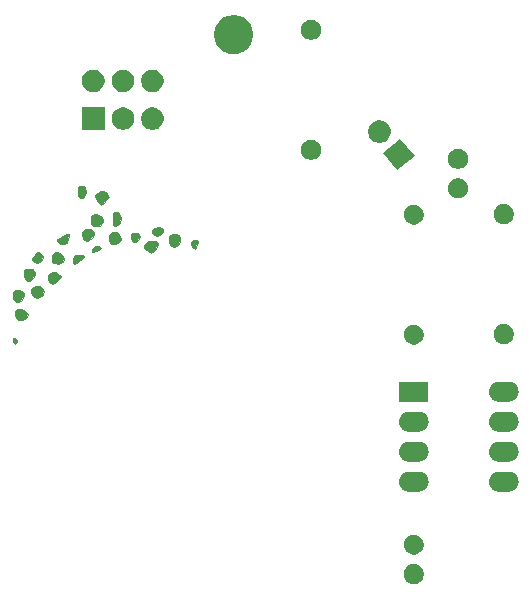
<source format=gbr>
G04 #@! TF.GenerationSoftware,KiCad,Pcbnew,(5.1.5)-3*
G04 #@! TF.CreationDate,2020-04-16T18:29:46-07:00*
G04 #@! TF.ProjectId,E_Grrrl,455f4772-7272-46c2-9e6b-696361645f70,Version A2*
G04 #@! TF.SameCoordinates,Original*
G04 #@! TF.FileFunction,Soldermask,Top*
G04 #@! TF.FilePolarity,Negative*
%FSLAX46Y46*%
G04 Gerber Fmt 4.6, Leading zero omitted, Abs format (unit mm)*
G04 Created by KiCad (PCBNEW (5.1.5)-3) date 2020-04-16 18:29:46*
%MOMM*%
%LPD*%
G04 APERTURE LIST*
%ADD10C,0.010000*%
%ADD11C,0.100000*%
G04 APERTURE END LIST*
D10*
G36*
X111290682Y-93755216D02*
G01*
X111384733Y-93856667D01*
X111419627Y-94018470D01*
X111393323Y-94168342D01*
X111304204Y-94234000D01*
X111205165Y-94160942D01*
X111142347Y-94001167D01*
X111118390Y-93798581D01*
X111165123Y-93727570D01*
X111290682Y-93755216D01*
G37*
X111290682Y-93755216D02*
X111384733Y-93856667D01*
X111419627Y-94018470D01*
X111393323Y-94168342D01*
X111304204Y-94234000D01*
X111205165Y-94160942D01*
X111142347Y-94001167D01*
X111118390Y-93798581D01*
X111165123Y-93727570D01*
X111290682Y-93755216D01*
G36*
X111903735Y-91323812D02*
G01*
X112136037Y-91456440D01*
X112303241Y-91628338D01*
X112352667Y-91768629D01*
X112278653Y-92005301D01*
X112087742Y-92173659D01*
X111826630Y-92249106D01*
X111542011Y-92207047D01*
X111529700Y-92202122D01*
X111348160Y-92054496D01*
X111267904Y-91838510D01*
X111281777Y-91604510D01*
X111382622Y-91402847D01*
X111563281Y-91283870D01*
X111662100Y-91270667D01*
X111903735Y-91323812D01*
G37*
X111903735Y-91323812D02*
X112136037Y-91456440D01*
X112303241Y-91628338D01*
X112352667Y-91768629D01*
X112278653Y-92005301D01*
X112087742Y-92173659D01*
X111826630Y-92249106D01*
X111542011Y-92207047D01*
X111529700Y-92202122D01*
X111348160Y-92054496D01*
X111267904Y-91838510D01*
X111281777Y-91604510D01*
X111382622Y-91402847D01*
X111563281Y-91283870D01*
X111662100Y-91270667D01*
X111903735Y-91323812D01*
G36*
X111849606Y-89752748D02*
G01*
X111871807Y-89767833D01*
X112033551Y-89975000D01*
X112045128Y-90225778D01*
X111906631Y-90485701D01*
X111869763Y-90526658D01*
X111628135Y-90716857D01*
X111420043Y-90743273D01*
X111238125Y-90606444D01*
X111214468Y-90574494D01*
X111114589Y-90339221D01*
X111086983Y-90068869D01*
X111134428Y-89838044D01*
X111184267Y-89763600D01*
X111371225Y-89677739D01*
X111621207Y-89674295D01*
X111849606Y-89752748D01*
G37*
X111849606Y-89752748D02*
X111871807Y-89767833D01*
X112033551Y-89975000D01*
X112045128Y-90225778D01*
X111906631Y-90485701D01*
X111869763Y-90526658D01*
X111628135Y-90716857D01*
X111420043Y-90743273D01*
X111238125Y-90606444D01*
X111214468Y-90574494D01*
X111114589Y-90339221D01*
X111086983Y-90068869D01*
X111134428Y-89838044D01*
X111184267Y-89763600D01*
X111371225Y-89677739D01*
X111621207Y-89674295D01*
X111849606Y-89752748D01*
G36*
X113466376Y-89419571D02*
G01*
X113559167Y-89507844D01*
X113697155Y-89769174D01*
X113685834Y-90017786D01*
X113543431Y-90216372D01*
X113288176Y-90327624D01*
X113152904Y-90339333D01*
X112903863Y-90295349D01*
X112733503Y-90138843D01*
X112721582Y-90121105D01*
X112619031Y-89850785D01*
X112673165Y-89620562D01*
X112872042Y-89455086D01*
X113073960Y-89393802D01*
X113314692Y-89370492D01*
X113466376Y-89419571D01*
G37*
X113466376Y-89419571D02*
X113559167Y-89507844D01*
X113697155Y-89769174D01*
X113685834Y-90017786D01*
X113543431Y-90216372D01*
X113288176Y-90327624D01*
X113152904Y-90339333D01*
X112903863Y-90295349D01*
X112733503Y-90138843D01*
X112721582Y-90121105D01*
X112619031Y-89850785D01*
X112673165Y-89620562D01*
X112872042Y-89455086D01*
X113073960Y-89393802D01*
X113314692Y-89370492D01*
X113466376Y-89419571D01*
G36*
X114636950Y-88203216D02*
G01*
X114846204Y-88296286D01*
X115034589Y-88423399D01*
X115140299Y-88548277D01*
X115146667Y-88578449D01*
X115083440Y-88689927D01*
X114928802Y-88846585D01*
X114735320Y-89004469D01*
X114555561Y-89119627D01*
X114461289Y-89151518D01*
X114302667Y-89094865D01*
X114186122Y-88999166D01*
X114050936Y-88748161D01*
X114064732Y-88498664D01*
X114212470Y-88294259D01*
X114468632Y-88180468D01*
X114636950Y-88203216D01*
G37*
X114636950Y-88203216D02*
X114846204Y-88296286D01*
X115034589Y-88423399D01*
X115140299Y-88548277D01*
X115146667Y-88578449D01*
X115083440Y-88689927D01*
X114928802Y-88846585D01*
X114735320Y-89004469D01*
X114555561Y-89119627D01*
X114461289Y-89151518D01*
X114302667Y-89094865D01*
X114186122Y-88999166D01*
X114050936Y-88748161D01*
X114064732Y-88498664D01*
X114212470Y-88294259D01*
X114468632Y-88180468D01*
X114636950Y-88203216D01*
G36*
X112775991Y-87941860D02*
G01*
X112843733Y-87985600D01*
X112937360Y-88185388D01*
X112931373Y-88445783D01*
X112833880Y-88696741D01*
X112749377Y-88800575D01*
X112514572Y-88957959D01*
X112313717Y-88951228D01*
X112137850Y-88780073D01*
X112137474Y-88779501D01*
X112034938Y-88541281D01*
X111999231Y-88281218D01*
X112032724Y-88062370D01*
X112106720Y-87961898D01*
X112308098Y-87898077D01*
X112559477Y-87892308D01*
X112775991Y-87941860D01*
G37*
X112775991Y-87941860D02*
X112843733Y-87985600D01*
X112937360Y-88185388D01*
X112931373Y-88445783D01*
X112833880Y-88696741D01*
X112749377Y-88800575D01*
X112514572Y-88957959D01*
X112313717Y-88951228D01*
X112137850Y-88780073D01*
X112137474Y-88779501D01*
X112034938Y-88541281D01*
X111999231Y-88281218D01*
X112032724Y-88062370D01*
X112106720Y-87961898D01*
X112308098Y-87898077D01*
X112559477Y-87892308D01*
X112775991Y-87941860D01*
G36*
X113495338Y-86612418D02*
G01*
X113571424Y-86721024D01*
X113629493Y-86940717D01*
X113557817Y-87147620D01*
X113394818Y-87309080D01*
X113178915Y-87392444D01*
X112948529Y-87365060D01*
X112866735Y-87319920D01*
X112732728Y-87193616D01*
X112713625Y-87055791D01*
X112814434Y-86869277D01*
X112950287Y-86700053D01*
X113156385Y-86510252D01*
X113329952Y-86480766D01*
X113495338Y-86612418D01*
G37*
X113495338Y-86612418D02*
X113571424Y-86721024D01*
X113629493Y-86940717D01*
X113557817Y-87147620D01*
X113394818Y-87309080D01*
X113178915Y-87392444D01*
X112948529Y-87365060D01*
X112866735Y-87319920D01*
X112732728Y-87193616D01*
X112713625Y-87055791D01*
X112814434Y-86869277D01*
X112950287Y-86700053D01*
X113156385Y-86510252D01*
X113329952Y-86480766D01*
X113495338Y-86612418D01*
G36*
X114960882Y-86484395D02*
G01*
X115177582Y-86620145D01*
X115344771Y-86831565D01*
X115402990Y-87080905D01*
X115341992Y-87305826D01*
X115299067Y-87359067D01*
X115140087Y-87434823D01*
X114908194Y-87462580D01*
X114669224Y-87444804D01*
X114489012Y-87383960D01*
X114436059Y-87326742D01*
X114384773Y-87038220D01*
X114430004Y-86759888D01*
X114539500Y-86584789D01*
X114746475Y-86461561D01*
X114960882Y-86484395D01*
G37*
X114960882Y-86484395D02*
X115177582Y-86620145D01*
X115344771Y-86831565D01*
X115402990Y-87080905D01*
X115341992Y-87305826D01*
X115299067Y-87359067D01*
X115140087Y-87434823D01*
X114908194Y-87462580D01*
X114669224Y-87444804D01*
X114489012Y-87383960D01*
X114436059Y-87326742D01*
X114384773Y-87038220D01*
X114430004Y-86759888D01*
X114539500Y-86584789D01*
X114746475Y-86461561D01*
X114960882Y-86484395D01*
G36*
X116984190Y-86725053D02*
G01*
X117086557Y-86807407D01*
X117034186Y-86950519D01*
X116827573Y-87159181D01*
X116778376Y-87200502D01*
X116507959Y-87387604D01*
X116305031Y-87455022D01*
X116186482Y-87400156D01*
X116162667Y-87295317D01*
X116197567Y-87092587D01*
X116260924Y-86914317D01*
X116351774Y-86775003D01*
X116494055Y-86712422D01*
X116726590Y-86698667D01*
X116984190Y-86725053D01*
G37*
X116984190Y-86725053D02*
X117086557Y-86807407D01*
X117034186Y-86950519D01*
X116827573Y-87159181D01*
X116778376Y-87200502D01*
X116507959Y-87387604D01*
X116305031Y-87455022D01*
X116186482Y-87400156D01*
X116162667Y-87295317D01*
X116197567Y-87092587D01*
X116260924Y-86914317D01*
X116351774Y-86775003D01*
X116494055Y-86712422D01*
X116726590Y-86698667D01*
X116984190Y-86725053D01*
G36*
X118462104Y-86019909D02*
G01*
X118533334Y-86113337D01*
X118465799Y-86200366D01*
X118302118Y-86304816D01*
X118100675Y-86399516D01*
X117919851Y-86457292D01*
X117818032Y-86450970D01*
X117815406Y-86447481D01*
X117817555Y-86313593D01*
X117911174Y-86144767D01*
X118052835Y-86008416D01*
X118119030Y-85976134D01*
X118298480Y-85965621D01*
X118462104Y-86019909D01*
G37*
X118462104Y-86019909D02*
X118533334Y-86113337D01*
X118465799Y-86200366D01*
X118302118Y-86304816D01*
X118100675Y-86399516D01*
X117919851Y-86457292D01*
X117818032Y-86450970D01*
X117815406Y-86447481D01*
X117817555Y-86313593D01*
X117911174Y-86144767D01*
X118052835Y-86008416D01*
X118119030Y-85976134D01*
X118298480Y-85965621D01*
X118462104Y-86019909D01*
G36*
X123143532Y-85549341D02*
G01*
X123307361Y-85669470D01*
X123359334Y-85839775D01*
X123308304Y-85990831D01*
X123183685Y-86188872D01*
X123028177Y-86378941D01*
X122884484Y-86506081D01*
X122823530Y-86529333D01*
X122683006Y-86484629D01*
X122510339Y-86386074D01*
X122276262Y-86203742D01*
X122189332Y-86054951D01*
X122243441Y-85901222D01*
X122405968Y-85728426D01*
X122649519Y-85573760D01*
X122909812Y-85515751D01*
X123143532Y-85549341D01*
G37*
X123143532Y-85549341D02*
X123307361Y-85669470D01*
X123359334Y-85839775D01*
X123308304Y-85990831D01*
X123183685Y-86188872D01*
X123028177Y-86378941D01*
X122884484Y-86506081D01*
X122823530Y-86529333D01*
X122683006Y-86484629D01*
X122510339Y-86386074D01*
X122276262Y-86203742D01*
X122189332Y-86054951D01*
X122243441Y-85901222D01*
X122405968Y-85728426D01*
X122649519Y-85573760D01*
X122909812Y-85515751D01*
X123143532Y-85549341D01*
G36*
X126707355Y-85450251D02*
G01*
X126772886Y-85537182D01*
X126733247Y-85722729D01*
X126688607Y-85837739D01*
X126572596Y-86095032D01*
X126484144Y-86202853D01*
X126398492Y-86172775D01*
X126294259Y-86022108D01*
X126207680Y-85769223D01*
X126250644Y-85564278D01*
X126408702Y-85444726D01*
X126523201Y-85428667D01*
X126707355Y-85450251D01*
G37*
X126707355Y-85450251D02*
X126772886Y-85537182D01*
X126733247Y-85722729D01*
X126688607Y-85837739D01*
X126572596Y-86095032D01*
X126484144Y-86202853D01*
X126398492Y-86172775D01*
X126294259Y-86022108D01*
X126207680Y-85769223D01*
X126250644Y-85564278D01*
X126408702Y-85444726D01*
X126523201Y-85428667D01*
X126707355Y-85450251D01*
G36*
X125135551Y-85045160D02*
G01*
X125166545Y-85075500D01*
X125289563Y-85312462D01*
X125289574Y-85571006D01*
X125189596Y-85809738D01*
X125012650Y-85987266D01*
X124781757Y-86062197D01*
X124629334Y-86041455D01*
X124437200Y-85902483D01*
X124319357Y-85666170D01*
X124288368Y-85392853D01*
X124356791Y-85142870D01*
X124423714Y-85053714D01*
X124642678Y-84940520D01*
X124906795Y-84938455D01*
X125135551Y-85045160D01*
G37*
X125135551Y-85045160D02*
X125166545Y-85075500D01*
X125289563Y-85312462D01*
X125289574Y-85571006D01*
X125189596Y-85809738D01*
X125012650Y-85987266D01*
X124781757Y-86062197D01*
X124629334Y-86041455D01*
X124437200Y-85902483D01*
X124319357Y-85666170D01*
X124288368Y-85392853D01*
X124356791Y-85142870D01*
X124423714Y-85053714D01*
X124642678Y-84940520D01*
X124906795Y-84938455D01*
X125135551Y-85045160D01*
G36*
X115817554Y-84992126D02*
G01*
X115809658Y-85167152D01*
X115773701Y-85386710D01*
X115719296Y-85591771D01*
X115657319Y-85721804D01*
X115462134Y-85836582D01*
X115207751Y-85823128D01*
X114996172Y-85720199D01*
X114855863Y-85586848D01*
X114808000Y-85483836D01*
X114876450Y-85407087D01*
X115049209Y-85286296D01*
X115277386Y-85149564D01*
X115512095Y-85024992D01*
X115704446Y-84940681D01*
X115787776Y-84920667D01*
X115817554Y-84992126D01*
G37*
X115817554Y-84992126D02*
X115809658Y-85167152D01*
X115773701Y-85386710D01*
X115719296Y-85591771D01*
X115657319Y-85721804D01*
X115462134Y-85836582D01*
X115207751Y-85823128D01*
X114996172Y-85720199D01*
X114855863Y-85586848D01*
X114808000Y-85483836D01*
X114876450Y-85407087D01*
X115049209Y-85286296D01*
X115277386Y-85149564D01*
X115512095Y-85024992D01*
X115704446Y-84940681D01*
X115787776Y-84920667D01*
X115817554Y-84992126D01*
G36*
X119877091Y-84820946D02*
G01*
X120059898Y-84989805D01*
X120192522Y-85197944D01*
X120226667Y-85339236D01*
X120154970Y-85562026D01*
X119975395Y-85727537D01*
X119741217Y-85813732D01*
X119505709Y-85798570D01*
X119353692Y-85700374D01*
X119227713Y-85460210D01*
X119222799Y-85197161D01*
X119321369Y-84959687D01*
X119505840Y-84796248D01*
X119698022Y-84751333D01*
X119877091Y-84820946D01*
G37*
X119877091Y-84820946D02*
X120059898Y-84989805D01*
X120192522Y-85197944D01*
X120226667Y-85339236D01*
X120154970Y-85562026D01*
X119975395Y-85727537D01*
X119741217Y-85813732D01*
X119505709Y-85798570D01*
X119353692Y-85700374D01*
X119227713Y-85460210D01*
X119222799Y-85197161D01*
X119321369Y-84959687D01*
X119505840Y-84796248D01*
X119698022Y-84751333D01*
X119877091Y-84820946D01*
G36*
X121589079Y-84851037D02*
G01*
X121749731Y-84922356D01*
X121783942Y-84969925D01*
X121832225Y-85246908D01*
X121729649Y-85453056D01*
X121584926Y-85553809D01*
X121404128Y-85632982D01*
X121288734Y-85616249D01*
X121171042Y-85507827D01*
X121061912Y-85295274D01*
X121071527Y-85068358D01*
X121192907Y-84900796D01*
X121377542Y-84840817D01*
X121589079Y-84851037D01*
G37*
X121589079Y-84851037D02*
X121749731Y-84922356D01*
X121783942Y-84969925D01*
X121832225Y-85246908D01*
X121729649Y-85453056D01*
X121584926Y-85553809D01*
X121404128Y-85632982D01*
X121288734Y-85616249D01*
X121171042Y-85507827D01*
X121061912Y-85295274D01*
X121071527Y-85068358D01*
X121192907Y-84900796D01*
X121377542Y-84840817D01*
X121589079Y-84851037D01*
G36*
X117698147Y-84559441D02*
G01*
X117886582Y-84686608D01*
X117986605Y-84869988D01*
X117977317Y-85030831D01*
X117817933Y-85329802D01*
X117566664Y-85487624D01*
X117375116Y-85513333D01*
X117158868Y-85484114D01*
X117040627Y-85370852D01*
X117007238Y-85296155D01*
X116934710Y-85046598D01*
X116956078Y-84860277D01*
X117056468Y-84685505D01*
X117237680Y-84541860D01*
X117466710Y-84505515D01*
X117698147Y-84559441D01*
G37*
X117698147Y-84559441D02*
X117886582Y-84686608D01*
X117986605Y-84869988D01*
X117977317Y-85030831D01*
X117817933Y-85329802D01*
X117566664Y-85487624D01*
X117375116Y-85513333D01*
X117158868Y-85484114D01*
X117040627Y-85370852D01*
X117007238Y-85296155D01*
X116934710Y-85046598D01*
X116956078Y-84860277D01*
X117056468Y-84685505D01*
X117237680Y-84541860D01*
X117466710Y-84505515D01*
X117698147Y-84559441D01*
G36*
X123705366Y-84417908D02*
G01*
X123828506Y-84532756D01*
X123825011Y-84724320D01*
X123747691Y-84878987D01*
X123563309Y-85031371D01*
X123312118Y-85095628D01*
X123067519Y-85061653D01*
X122952934Y-84988400D01*
X122852307Y-84804984D01*
X122914959Y-84633096D01*
X123134867Y-84487452D01*
X123162712Y-84475916D01*
X123476474Y-84394165D01*
X123705366Y-84417908D01*
G37*
X123705366Y-84417908D02*
X123828506Y-84532756D01*
X123825011Y-84724320D01*
X123747691Y-84878987D01*
X123563309Y-85031371D01*
X123312118Y-85095628D01*
X123067519Y-85061653D01*
X122952934Y-84988400D01*
X122852307Y-84804984D01*
X122914959Y-84633096D01*
X123134867Y-84487452D01*
X123162712Y-84475916D01*
X123476474Y-84394165D01*
X123705366Y-84417908D01*
G36*
X118400169Y-83316403D02*
G01*
X118608843Y-83485845D01*
X118700734Y-83762349D01*
X118702667Y-83815199D01*
X118631365Y-84061834D01*
X118451184Y-84238057D01*
X118212707Y-84322112D01*
X117966520Y-84292242D01*
X117819714Y-84194952D01*
X117724827Y-84006915D01*
X117689197Y-83745653D01*
X117719999Y-83499064D01*
X117756307Y-83418080D01*
X117880735Y-83336041D01*
X118090671Y-83281472D01*
X118103625Y-83279861D01*
X118400169Y-83316403D01*
G37*
X118400169Y-83316403D02*
X118608843Y-83485845D01*
X118700734Y-83762349D01*
X118702667Y-83815199D01*
X118631365Y-84061834D01*
X118451184Y-84238057D01*
X118212707Y-84322112D01*
X117966520Y-84292242D01*
X117819714Y-84194952D01*
X117724827Y-84006915D01*
X117689197Y-83745653D01*
X117719999Y-83499064D01*
X117756307Y-83418080D01*
X117880735Y-83336041D01*
X118090671Y-83281472D01*
X118103625Y-83279861D01*
X118400169Y-83316403D01*
G36*
X120012037Y-83113132D02*
G01*
X120125120Y-83300774D01*
X120133718Y-83324634D01*
X120214233Y-83667757D01*
X120209464Y-83957710D01*
X120125067Y-84141733D01*
X119962800Y-84222407D01*
X119758113Y-84240502D01*
X119606604Y-84187706D01*
X119605778Y-84186889D01*
X119570951Y-84069932D01*
X119553162Y-83847677D01*
X119552732Y-83583333D01*
X119569982Y-83340107D01*
X119600725Y-83191925D01*
X119716691Y-83086197D01*
X119846443Y-83058000D01*
X120012037Y-83113132D01*
G37*
X120012037Y-83113132D02*
X120125120Y-83300774D01*
X120133718Y-83324634D01*
X120214233Y-83667757D01*
X120209464Y-83957710D01*
X120125067Y-84141733D01*
X119962800Y-84222407D01*
X119758113Y-84240502D01*
X119606604Y-84187706D01*
X119605778Y-84186889D01*
X119570951Y-84069932D01*
X119553162Y-83847677D01*
X119552732Y-83583333D01*
X119569982Y-83340107D01*
X119600725Y-83191925D01*
X119716691Y-83086197D01*
X119846443Y-83058000D01*
X120012037Y-83113132D01*
G36*
X118846439Y-81347011D02*
G01*
X119036734Y-81507693D01*
X119175978Y-81701522D01*
X119210667Y-81825142D01*
X119150686Y-81946222D01*
X119003903Y-82118996D01*
X118820057Y-82295009D01*
X118648887Y-82425806D01*
X118553522Y-82465333D01*
X118450010Y-82400769D01*
X118304220Y-82237928D01*
X118240052Y-82149346D01*
X118109415Y-81936070D01*
X118033290Y-81771114D01*
X118025334Y-81732158D01*
X118095531Y-81595312D01*
X118266265Y-81446196D01*
X118477745Y-81327033D01*
X118665606Y-81280000D01*
X118846439Y-81347011D01*
G37*
X118846439Y-81347011D02*
X119036734Y-81507693D01*
X119175978Y-81701522D01*
X119210667Y-81825142D01*
X119150686Y-81946222D01*
X119003903Y-82118996D01*
X118820057Y-82295009D01*
X118648887Y-82425806D01*
X118553522Y-82465333D01*
X118450010Y-82400769D01*
X118304220Y-82237928D01*
X118240052Y-82149346D01*
X118109415Y-81936070D01*
X118033290Y-81771114D01*
X118025334Y-81732158D01*
X118095531Y-81595312D01*
X118266265Y-81446196D01*
X118477745Y-81327033D01*
X118665606Y-81280000D01*
X118846439Y-81347011D01*
G36*
X117141595Y-80900273D02*
G01*
X117231628Y-81034541D01*
X117237398Y-81047167D01*
X117299923Y-81329661D01*
X117217860Y-81619128D01*
X117141225Y-81750084D01*
X117012104Y-81913580D01*
X116895388Y-81937875D01*
X116734167Y-81839473D01*
X116624441Y-81671352D01*
X116586205Y-81374353D01*
X116586000Y-81344041D01*
X116598927Y-81099257D01*
X116652529Y-80972151D01*
X116769037Y-80912073D01*
X116776500Y-80910031D01*
X117008862Y-80864416D01*
X117141595Y-80900273D01*
G37*
X117141595Y-80900273D02*
X117231628Y-81034541D01*
X117237398Y-81047167D01*
X117299923Y-81329661D01*
X117217860Y-81619128D01*
X117141225Y-81750084D01*
X117012104Y-81913580D01*
X116895388Y-81937875D01*
X116734167Y-81839473D01*
X116624441Y-81671352D01*
X116586205Y-81374353D01*
X116586000Y-81344041D01*
X116598927Y-81099257D01*
X116652529Y-80972151D01*
X116769037Y-80912073D01*
X116776500Y-80910031D01*
X117008862Y-80864416D01*
X117141595Y-80900273D01*
D11*
G36*
X145282228Y-112933703D02*
G01*
X145437100Y-112997853D01*
X145576481Y-113090985D01*
X145695015Y-113209519D01*
X145788147Y-113348900D01*
X145852297Y-113503772D01*
X145885000Y-113668184D01*
X145885000Y-113835816D01*
X145852297Y-114000228D01*
X145788147Y-114155100D01*
X145695015Y-114294481D01*
X145576481Y-114413015D01*
X145437100Y-114506147D01*
X145282228Y-114570297D01*
X145117816Y-114603000D01*
X144950184Y-114603000D01*
X144785772Y-114570297D01*
X144630900Y-114506147D01*
X144491519Y-114413015D01*
X144372985Y-114294481D01*
X144279853Y-114155100D01*
X144215703Y-114000228D01*
X144183000Y-113835816D01*
X144183000Y-113668184D01*
X144215703Y-113503772D01*
X144279853Y-113348900D01*
X144372985Y-113209519D01*
X144491519Y-113090985D01*
X144630900Y-112997853D01*
X144785772Y-112933703D01*
X144950184Y-112901000D01*
X145117816Y-112901000D01*
X145282228Y-112933703D01*
G37*
G36*
X145282228Y-110433703D02*
G01*
X145437100Y-110497853D01*
X145576481Y-110590985D01*
X145695015Y-110709519D01*
X145788147Y-110848900D01*
X145852297Y-111003772D01*
X145885000Y-111168184D01*
X145885000Y-111335816D01*
X145852297Y-111500228D01*
X145788147Y-111655100D01*
X145695015Y-111794481D01*
X145576481Y-111913015D01*
X145437100Y-112006147D01*
X145282228Y-112070297D01*
X145117816Y-112103000D01*
X144950184Y-112103000D01*
X144785772Y-112070297D01*
X144630900Y-112006147D01*
X144491519Y-111913015D01*
X144372985Y-111794481D01*
X144279853Y-111655100D01*
X144215703Y-111500228D01*
X144183000Y-111335816D01*
X144183000Y-111168184D01*
X144215703Y-111003772D01*
X144279853Y-110848900D01*
X144372985Y-110709519D01*
X144491519Y-110590985D01*
X144630900Y-110497853D01*
X144785772Y-110433703D01*
X144950184Y-110401000D01*
X145117816Y-110401000D01*
X145282228Y-110433703D01*
G37*
G36*
X153220823Y-105079313D02*
G01*
X153381242Y-105127976D01*
X153513906Y-105198886D01*
X153529078Y-105206996D01*
X153658659Y-105313341D01*
X153765004Y-105442922D01*
X153765005Y-105442924D01*
X153844024Y-105590758D01*
X153892687Y-105751177D01*
X153909117Y-105918000D01*
X153892687Y-106084823D01*
X153844024Y-106245242D01*
X153773114Y-106377906D01*
X153765004Y-106393078D01*
X153658659Y-106522659D01*
X153529078Y-106629004D01*
X153529076Y-106629005D01*
X153381242Y-106708024D01*
X153220823Y-106756687D01*
X153095804Y-106769000D01*
X152212196Y-106769000D01*
X152087177Y-106756687D01*
X151926758Y-106708024D01*
X151778924Y-106629005D01*
X151778922Y-106629004D01*
X151649341Y-106522659D01*
X151542996Y-106393078D01*
X151534886Y-106377906D01*
X151463976Y-106245242D01*
X151415313Y-106084823D01*
X151398883Y-105918000D01*
X151415313Y-105751177D01*
X151463976Y-105590758D01*
X151542995Y-105442924D01*
X151542996Y-105442922D01*
X151649341Y-105313341D01*
X151778922Y-105206996D01*
X151794094Y-105198886D01*
X151926758Y-105127976D01*
X152087177Y-105079313D01*
X152212196Y-105067000D01*
X153095804Y-105067000D01*
X153220823Y-105079313D01*
G37*
G36*
X145600823Y-105079313D02*
G01*
X145761242Y-105127976D01*
X145893906Y-105198886D01*
X145909078Y-105206996D01*
X146038659Y-105313341D01*
X146145004Y-105442922D01*
X146145005Y-105442924D01*
X146224024Y-105590758D01*
X146272687Y-105751177D01*
X146289117Y-105918000D01*
X146272687Y-106084823D01*
X146224024Y-106245242D01*
X146153114Y-106377906D01*
X146145004Y-106393078D01*
X146038659Y-106522659D01*
X145909078Y-106629004D01*
X145909076Y-106629005D01*
X145761242Y-106708024D01*
X145600823Y-106756687D01*
X145475804Y-106769000D01*
X144592196Y-106769000D01*
X144467177Y-106756687D01*
X144306758Y-106708024D01*
X144158924Y-106629005D01*
X144158922Y-106629004D01*
X144029341Y-106522659D01*
X143922996Y-106393078D01*
X143914886Y-106377906D01*
X143843976Y-106245242D01*
X143795313Y-106084823D01*
X143778883Y-105918000D01*
X143795313Y-105751177D01*
X143843976Y-105590758D01*
X143922995Y-105442924D01*
X143922996Y-105442922D01*
X144029341Y-105313341D01*
X144158922Y-105206996D01*
X144174094Y-105198886D01*
X144306758Y-105127976D01*
X144467177Y-105079313D01*
X144592196Y-105067000D01*
X145475804Y-105067000D01*
X145600823Y-105079313D01*
G37*
G36*
X153220823Y-102539313D02*
G01*
X153381242Y-102587976D01*
X153513906Y-102658886D01*
X153529078Y-102666996D01*
X153658659Y-102773341D01*
X153765004Y-102902922D01*
X153765005Y-102902924D01*
X153844024Y-103050758D01*
X153892687Y-103211177D01*
X153909117Y-103378000D01*
X153892687Y-103544823D01*
X153844024Y-103705242D01*
X153773114Y-103837906D01*
X153765004Y-103853078D01*
X153658659Y-103982659D01*
X153529078Y-104089004D01*
X153529076Y-104089005D01*
X153381242Y-104168024D01*
X153220823Y-104216687D01*
X153095804Y-104229000D01*
X152212196Y-104229000D01*
X152087177Y-104216687D01*
X151926758Y-104168024D01*
X151778924Y-104089005D01*
X151778922Y-104089004D01*
X151649341Y-103982659D01*
X151542996Y-103853078D01*
X151534886Y-103837906D01*
X151463976Y-103705242D01*
X151415313Y-103544823D01*
X151398883Y-103378000D01*
X151415313Y-103211177D01*
X151463976Y-103050758D01*
X151542995Y-102902924D01*
X151542996Y-102902922D01*
X151649341Y-102773341D01*
X151778922Y-102666996D01*
X151794094Y-102658886D01*
X151926758Y-102587976D01*
X152087177Y-102539313D01*
X152212196Y-102527000D01*
X153095804Y-102527000D01*
X153220823Y-102539313D01*
G37*
G36*
X145600823Y-102539313D02*
G01*
X145761242Y-102587976D01*
X145893906Y-102658886D01*
X145909078Y-102666996D01*
X146038659Y-102773341D01*
X146145004Y-102902922D01*
X146145005Y-102902924D01*
X146224024Y-103050758D01*
X146272687Y-103211177D01*
X146289117Y-103378000D01*
X146272687Y-103544823D01*
X146224024Y-103705242D01*
X146153114Y-103837906D01*
X146145004Y-103853078D01*
X146038659Y-103982659D01*
X145909078Y-104089004D01*
X145909076Y-104089005D01*
X145761242Y-104168024D01*
X145600823Y-104216687D01*
X145475804Y-104229000D01*
X144592196Y-104229000D01*
X144467177Y-104216687D01*
X144306758Y-104168024D01*
X144158924Y-104089005D01*
X144158922Y-104089004D01*
X144029341Y-103982659D01*
X143922996Y-103853078D01*
X143914886Y-103837906D01*
X143843976Y-103705242D01*
X143795313Y-103544823D01*
X143778883Y-103378000D01*
X143795313Y-103211177D01*
X143843976Y-103050758D01*
X143922995Y-102902924D01*
X143922996Y-102902922D01*
X144029341Y-102773341D01*
X144158922Y-102666996D01*
X144174094Y-102658886D01*
X144306758Y-102587976D01*
X144467177Y-102539313D01*
X144592196Y-102527000D01*
X145475804Y-102527000D01*
X145600823Y-102539313D01*
G37*
G36*
X153220823Y-99999313D02*
G01*
X153381242Y-100047976D01*
X153513906Y-100118886D01*
X153529078Y-100126996D01*
X153658659Y-100233341D01*
X153765004Y-100362922D01*
X153765005Y-100362924D01*
X153844024Y-100510758D01*
X153892687Y-100671177D01*
X153909117Y-100838000D01*
X153892687Y-101004823D01*
X153844024Y-101165242D01*
X153773114Y-101297906D01*
X153765004Y-101313078D01*
X153658659Y-101442659D01*
X153529078Y-101549004D01*
X153529076Y-101549005D01*
X153381242Y-101628024D01*
X153220823Y-101676687D01*
X153095804Y-101689000D01*
X152212196Y-101689000D01*
X152087177Y-101676687D01*
X151926758Y-101628024D01*
X151778924Y-101549005D01*
X151778922Y-101549004D01*
X151649341Y-101442659D01*
X151542996Y-101313078D01*
X151534886Y-101297906D01*
X151463976Y-101165242D01*
X151415313Y-101004823D01*
X151398883Y-100838000D01*
X151415313Y-100671177D01*
X151463976Y-100510758D01*
X151542995Y-100362924D01*
X151542996Y-100362922D01*
X151649341Y-100233341D01*
X151778922Y-100126996D01*
X151794094Y-100118886D01*
X151926758Y-100047976D01*
X152087177Y-99999313D01*
X152212196Y-99987000D01*
X153095804Y-99987000D01*
X153220823Y-99999313D01*
G37*
G36*
X145600823Y-99999313D02*
G01*
X145761242Y-100047976D01*
X145893906Y-100118886D01*
X145909078Y-100126996D01*
X146038659Y-100233341D01*
X146145004Y-100362922D01*
X146145005Y-100362924D01*
X146224024Y-100510758D01*
X146272687Y-100671177D01*
X146289117Y-100838000D01*
X146272687Y-101004823D01*
X146224024Y-101165242D01*
X146153114Y-101297906D01*
X146145004Y-101313078D01*
X146038659Y-101442659D01*
X145909078Y-101549004D01*
X145909076Y-101549005D01*
X145761242Y-101628024D01*
X145600823Y-101676687D01*
X145475804Y-101689000D01*
X144592196Y-101689000D01*
X144467177Y-101676687D01*
X144306758Y-101628024D01*
X144158924Y-101549005D01*
X144158922Y-101549004D01*
X144029341Y-101442659D01*
X143922996Y-101313078D01*
X143914886Y-101297906D01*
X143843976Y-101165242D01*
X143795313Y-101004823D01*
X143778883Y-100838000D01*
X143795313Y-100671177D01*
X143843976Y-100510758D01*
X143922995Y-100362924D01*
X143922996Y-100362922D01*
X144029341Y-100233341D01*
X144158922Y-100126996D01*
X144174094Y-100118886D01*
X144306758Y-100047976D01*
X144467177Y-99999313D01*
X144592196Y-99987000D01*
X145475804Y-99987000D01*
X145600823Y-99999313D01*
G37*
G36*
X146285000Y-99149000D02*
G01*
X143783000Y-99149000D01*
X143783000Y-97447000D01*
X146285000Y-97447000D01*
X146285000Y-99149000D01*
G37*
G36*
X153220823Y-97459313D02*
G01*
X153381242Y-97507976D01*
X153513906Y-97578886D01*
X153529078Y-97586996D01*
X153658659Y-97693341D01*
X153765004Y-97822922D01*
X153765005Y-97822924D01*
X153844024Y-97970758D01*
X153892687Y-98131177D01*
X153909117Y-98298000D01*
X153892687Y-98464823D01*
X153844024Y-98625242D01*
X153773114Y-98757906D01*
X153765004Y-98773078D01*
X153658659Y-98902659D01*
X153529078Y-99009004D01*
X153529076Y-99009005D01*
X153381242Y-99088024D01*
X153220823Y-99136687D01*
X153095804Y-99149000D01*
X152212196Y-99149000D01*
X152087177Y-99136687D01*
X151926758Y-99088024D01*
X151778924Y-99009005D01*
X151778922Y-99009004D01*
X151649341Y-98902659D01*
X151542996Y-98773078D01*
X151534886Y-98757906D01*
X151463976Y-98625242D01*
X151415313Y-98464823D01*
X151398883Y-98298000D01*
X151415313Y-98131177D01*
X151463976Y-97970758D01*
X151542995Y-97822924D01*
X151542996Y-97822922D01*
X151649341Y-97693341D01*
X151778922Y-97586996D01*
X151794094Y-97578886D01*
X151926758Y-97507976D01*
X152087177Y-97459313D01*
X152212196Y-97447000D01*
X153095804Y-97447000D01*
X153220823Y-97459313D01*
G37*
G36*
X145282228Y-92653703D02*
G01*
X145437100Y-92717853D01*
X145576481Y-92810985D01*
X145695015Y-92929519D01*
X145788147Y-93068900D01*
X145852297Y-93223772D01*
X145885000Y-93388184D01*
X145885000Y-93555816D01*
X145852297Y-93720228D01*
X145788147Y-93875100D01*
X145695015Y-94014481D01*
X145576481Y-94133015D01*
X145437100Y-94226147D01*
X145282228Y-94290297D01*
X145117816Y-94323000D01*
X144950184Y-94323000D01*
X144785772Y-94290297D01*
X144630900Y-94226147D01*
X144491519Y-94133015D01*
X144372985Y-94014481D01*
X144279853Y-93875100D01*
X144215703Y-93720228D01*
X144183000Y-93555816D01*
X144183000Y-93388184D01*
X144215703Y-93223772D01*
X144279853Y-93068900D01*
X144372985Y-92929519D01*
X144491519Y-92810985D01*
X144630900Y-92717853D01*
X144785772Y-92653703D01*
X144950184Y-92621000D01*
X145117816Y-92621000D01*
X145282228Y-92653703D01*
G37*
G36*
X152902228Y-92615603D02*
G01*
X153057100Y-92679753D01*
X153196481Y-92772885D01*
X153315015Y-92891419D01*
X153408147Y-93030800D01*
X153472297Y-93185672D01*
X153505000Y-93350084D01*
X153505000Y-93517716D01*
X153472297Y-93682128D01*
X153408147Y-93837000D01*
X153315015Y-93976381D01*
X153196481Y-94094915D01*
X153057100Y-94188047D01*
X152902228Y-94252197D01*
X152737816Y-94284900D01*
X152570184Y-94284900D01*
X152405772Y-94252197D01*
X152250900Y-94188047D01*
X152111519Y-94094915D01*
X151992985Y-93976381D01*
X151899853Y-93837000D01*
X151835703Y-93682128D01*
X151803000Y-93517716D01*
X151803000Y-93350084D01*
X151835703Y-93185672D01*
X151899853Y-93030800D01*
X151992985Y-92891419D01*
X152111519Y-92772885D01*
X152250900Y-92679753D01*
X152405772Y-92615603D01*
X152570184Y-92582900D01*
X152737816Y-92582900D01*
X152902228Y-92615603D01*
G37*
G36*
X145282228Y-82493703D02*
G01*
X145437100Y-82557853D01*
X145576481Y-82650985D01*
X145695015Y-82769519D01*
X145788147Y-82908900D01*
X145852297Y-83063772D01*
X145885000Y-83228184D01*
X145885000Y-83395816D01*
X145852297Y-83560228D01*
X145788147Y-83715100D01*
X145695015Y-83854481D01*
X145576481Y-83973015D01*
X145437100Y-84066147D01*
X145282228Y-84130297D01*
X145117816Y-84163000D01*
X144950184Y-84163000D01*
X144785772Y-84130297D01*
X144630900Y-84066147D01*
X144491519Y-83973015D01*
X144372985Y-83854481D01*
X144279853Y-83715100D01*
X144215703Y-83560228D01*
X144183000Y-83395816D01*
X144183000Y-83228184D01*
X144215703Y-83063772D01*
X144279853Y-82908900D01*
X144372985Y-82769519D01*
X144491519Y-82650985D01*
X144630900Y-82557853D01*
X144785772Y-82493703D01*
X144950184Y-82461000D01*
X145117816Y-82461000D01*
X145282228Y-82493703D01*
G37*
G36*
X152902228Y-82455603D02*
G01*
X153057100Y-82519753D01*
X153196481Y-82612885D01*
X153315015Y-82731419D01*
X153408147Y-82870800D01*
X153472297Y-83025672D01*
X153505000Y-83190084D01*
X153505000Y-83357716D01*
X153472297Y-83522128D01*
X153408147Y-83677000D01*
X153315015Y-83816381D01*
X153196481Y-83934915D01*
X153057100Y-84028047D01*
X152902228Y-84092197D01*
X152737816Y-84124900D01*
X152570184Y-84124900D01*
X152405772Y-84092197D01*
X152250900Y-84028047D01*
X152111519Y-83934915D01*
X151992985Y-83816381D01*
X151899853Y-83677000D01*
X151835703Y-83522128D01*
X151803000Y-83357716D01*
X151803000Y-83190084D01*
X151835703Y-83025672D01*
X151899853Y-82870800D01*
X151992985Y-82731419D01*
X152111519Y-82612885D01*
X152250900Y-82519753D01*
X152405772Y-82455603D01*
X152570184Y-82422900D01*
X152737816Y-82422900D01*
X152902228Y-82455603D01*
G37*
G36*
X149041428Y-80269303D02*
G01*
X149196300Y-80333453D01*
X149335681Y-80426585D01*
X149454215Y-80545119D01*
X149547347Y-80684500D01*
X149611497Y-80839372D01*
X149644200Y-81003784D01*
X149644200Y-81171416D01*
X149611497Y-81335828D01*
X149547347Y-81490700D01*
X149454215Y-81630081D01*
X149335681Y-81748615D01*
X149196300Y-81841747D01*
X149041428Y-81905897D01*
X148877016Y-81938600D01*
X148709384Y-81938600D01*
X148544972Y-81905897D01*
X148390100Y-81841747D01*
X148250719Y-81748615D01*
X148132185Y-81630081D01*
X148039053Y-81490700D01*
X147974903Y-81335828D01*
X147942200Y-81171416D01*
X147942200Y-81003784D01*
X147974903Y-80839372D01*
X148039053Y-80684500D01*
X148132185Y-80545119D01*
X148250719Y-80426585D01*
X148390100Y-80333453D01*
X148544972Y-80269303D01*
X148709384Y-80236600D01*
X148877016Y-80236600D01*
X149041428Y-80269303D01*
G37*
G36*
X145103799Y-78349217D02*
G01*
X143646783Y-79571799D01*
X142424201Y-78114783D01*
X143881217Y-76892201D01*
X145103799Y-78349217D01*
G37*
G36*
X149041428Y-77769303D02*
G01*
X149196300Y-77833453D01*
X149335681Y-77926585D01*
X149454215Y-78045119D01*
X149547347Y-78184500D01*
X149611497Y-78339372D01*
X149644200Y-78503784D01*
X149644200Y-78671416D01*
X149611497Y-78835828D01*
X149547347Y-78990700D01*
X149454215Y-79130081D01*
X149335681Y-79248615D01*
X149196300Y-79341747D01*
X149041428Y-79405897D01*
X148877016Y-79438600D01*
X148709384Y-79438600D01*
X148544972Y-79405897D01*
X148390100Y-79341747D01*
X148250719Y-79248615D01*
X148132185Y-79130081D01*
X148039053Y-78990700D01*
X147974903Y-78835828D01*
X147942200Y-78671416D01*
X147942200Y-78503784D01*
X147974903Y-78339372D01*
X148039053Y-78184500D01*
X148132185Y-78045119D01*
X148250719Y-77926585D01*
X148390100Y-77833453D01*
X148544972Y-77769303D01*
X148709384Y-77736600D01*
X148877016Y-77736600D01*
X149041428Y-77769303D01*
G37*
G36*
X136595428Y-77007303D02*
G01*
X136750300Y-77071453D01*
X136889681Y-77164585D01*
X137008215Y-77283119D01*
X137101347Y-77422500D01*
X137165497Y-77577372D01*
X137198200Y-77741784D01*
X137198200Y-77909416D01*
X137165497Y-78073828D01*
X137101347Y-78228700D01*
X137008215Y-78368081D01*
X136889681Y-78486615D01*
X136750300Y-78579747D01*
X136595428Y-78643897D01*
X136431016Y-78676600D01*
X136263384Y-78676600D01*
X136098972Y-78643897D01*
X135944100Y-78579747D01*
X135804719Y-78486615D01*
X135686185Y-78368081D01*
X135593053Y-78228700D01*
X135528903Y-78073828D01*
X135496200Y-77909416D01*
X135496200Y-77741784D01*
X135528903Y-77577372D01*
X135593053Y-77422500D01*
X135686185Y-77283119D01*
X135804719Y-77164585D01*
X135944100Y-77071453D01*
X136098972Y-77007303D01*
X136263384Y-76974600D01*
X136431016Y-76974600D01*
X136595428Y-77007303D01*
G37*
G36*
X142408714Y-75371793D02*
G01*
X142581785Y-75443481D01*
X142659137Y-75495166D01*
X142737546Y-75547557D01*
X142870009Y-75680020D01*
X142870010Y-75680022D01*
X142974085Y-75835781D01*
X143045773Y-76008852D01*
X143082319Y-76192580D01*
X143082319Y-76379914D01*
X143045773Y-76563642D01*
X142974085Y-76736713D01*
X142974084Y-76736714D01*
X142870009Y-76892474D01*
X142737546Y-77024937D01*
X142659137Y-77077328D01*
X142581785Y-77129013D01*
X142408714Y-77200701D01*
X142224986Y-77237247D01*
X142037652Y-77237247D01*
X141853924Y-77200701D01*
X141680853Y-77129013D01*
X141603501Y-77077328D01*
X141525092Y-77024937D01*
X141392629Y-76892474D01*
X141288554Y-76736714D01*
X141288553Y-76736713D01*
X141216865Y-76563642D01*
X141180319Y-76379914D01*
X141180319Y-76192580D01*
X141216865Y-76008852D01*
X141288553Y-75835781D01*
X141392628Y-75680022D01*
X141392629Y-75680020D01*
X141525092Y-75547557D01*
X141603501Y-75495166D01*
X141680853Y-75443481D01*
X141853924Y-75371793D01*
X142037652Y-75335247D01*
X142224986Y-75335247D01*
X142408714Y-75371793D01*
G37*
G36*
X118857800Y-76135000D02*
G01*
X116955800Y-76135000D01*
X116955800Y-74233000D01*
X118857800Y-74233000D01*
X118857800Y-76135000D01*
G37*
G36*
X120684195Y-74269546D02*
G01*
X120857266Y-74341234D01*
X120857267Y-74341235D01*
X121013027Y-74445310D01*
X121145490Y-74577773D01*
X121145491Y-74577775D01*
X121249566Y-74733534D01*
X121321254Y-74906605D01*
X121357800Y-75090333D01*
X121357800Y-75277667D01*
X121321254Y-75461395D01*
X121249566Y-75634466D01*
X121249565Y-75634467D01*
X121145490Y-75790227D01*
X121013027Y-75922690D01*
X120934618Y-75975081D01*
X120857266Y-76026766D01*
X120684195Y-76098454D01*
X120500467Y-76135000D01*
X120313133Y-76135000D01*
X120129405Y-76098454D01*
X119956334Y-76026766D01*
X119878982Y-75975081D01*
X119800573Y-75922690D01*
X119668110Y-75790227D01*
X119564035Y-75634467D01*
X119564034Y-75634466D01*
X119492346Y-75461395D01*
X119455800Y-75277667D01*
X119455800Y-75090333D01*
X119492346Y-74906605D01*
X119564034Y-74733534D01*
X119668109Y-74577775D01*
X119668110Y-74577773D01*
X119800573Y-74445310D01*
X119956333Y-74341235D01*
X119956334Y-74341234D01*
X120129405Y-74269546D01*
X120313133Y-74233000D01*
X120500467Y-74233000D01*
X120684195Y-74269546D01*
G37*
G36*
X123184195Y-74269546D02*
G01*
X123357266Y-74341234D01*
X123357267Y-74341235D01*
X123513027Y-74445310D01*
X123645490Y-74577773D01*
X123645491Y-74577775D01*
X123749566Y-74733534D01*
X123821254Y-74906605D01*
X123857800Y-75090333D01*
X123857800Y-75277667D01*
X123821254Y-75461395D01*
X123749566Y-75634466D01*
X123749565Y-75634467D01*
X123645490Y-75790227D01*
X123513027Y-75922690D01*
X123434618Y-75975081D01*
X123357266Y-76026766D01*
X123184195Y-76098454D01*
X123000467Y-76135000D01*
X122813133Y-76135000D01*
X122629405Y-76098454D01*
X122456334Y-76026766D01*
X122378982Y-75975081D01*
X122300573Y-75922690D01*
X122168110Y-75790227D01*
X122064035Y-75634467D01*
X122064034Y-75634466D01*
X121992346Y-75461395D01*
X121955800Y-75277667D01*
X121955800Y-75090333D01*
X121992346Y-74906605D01*
X122064034Y-74733534D01*
X122168109Y-74577775D01*
X122168110Y-74577773D01*
X122300573Y-74445310D01*
X122456333Y-74341235D01*
X122456334Y-74341234D01*
X122629405Y-74269546D01*
X122813133Y-74233000D01*
X123000467Y-74233000D01*
X123184195Y-74269546D01*
G37*
G36*
X118184195Y-71069546D02*
G01*
X118357266Y-71141234D01*
X118357267Y-71141235D01*
X118513027Y-71245310D01*
X118645490Y-71377773D01*
X118645491Y-71377775D01*
X118749566Y-71533534D01*
X118821254Y-71706605D01*
X118857800Y-71890333D01*
X118857800Y-72077667D01*
X118821254Y-72261395D01*
X118749566Y-72434466D01*
X118749565Y-72434467D01*
X118645490Y-72590227D01*
X118513027Y-72722690D01*
X118434618Y-72775081D01*
X118357266Y-72826766D01*
X118184195Y-72898454D01*
X118000467Y-72935000D01*
X117813133Y-72935000D01*
X117629405Y-72898454D01*
X117456334Y-72826766D01*
X117378982Y-72775081D01*
X117300573Y-72722690D01*
X117168110Y-72590227D01*
X117064035Y-72434467D01*
X117064034Y-72434466D01*
X116992346Y-72261395D01*
X116955800Y-72077667D01*
X116955800Y-71890333D01*
X116992346Y-71706605D01*
X117064034Y-71533534D01*
X117168109Y-71377775D01*
X117168110Y-71377773D01*
X117300573Y-71245310D01*
X117456333Y-71141235D01*
X117456334Y-71141234D01*
X117629405Y-71069546D01*
X117813133Y-71033000D01*
X118000467Y-71033000D01*
X118184195Y-71069546D01*
G37*
G36*
X120684195Y-71069546D02*
G01*
X120857266Y-71141234D01*
X120857267Y-71141235D01*
X121013027Y-71245310D01*
X121145490Y-71377773D01*
X121145491Y-71377775D01*
X121249566Y-71533534D01*
X121321254Y-71706605D01*
X121357800Y-71890333D01*
X121357800Y-72077667D01*
X121321254Y-72261395D01*
X121249566Y-72434466D01*
X121249565Y-72434467D01*
X121145490Y-72590227D01*
X121013027Y-72722690D01*
X120934618Y-72775081D01*
X120857266Y-72826766D01*
X120684195Y-72898454D01*
X120500467Y-72935000D01*
X120313133Y-72935000D01*
X120129405Y-72898454D01*
X119956334Y-72826766D01*
X119878982Y-72775081D01*
X119800573Y-72722690D01*
X119668110Y-72590227D01*
X119564035Y-72434467D01*
X119564034Y-72434466D01*
X119492346Y-72261395D01*
X119455800Y-72077667D01*
X119455800Y-71890333D01*
X119492346Y-71706605D01*
X119564034Y-71533534D01*
X119668109Y-71377775D01*
X119668110Y-71377773D01*
X119800573Y-71245310D01*
X119956333Y-71141235D01*
X119956334Y-71141234D01*
X120129405Y-71069546D01*
X120313133Y-71033000D01*
X120500467Y-71033000D01*
X120684195Y-71069546D01*
G37*
G36*
X123184195Y-71069546D02*
G01*
X123357266Y-71141234D01*
X123357267Y-71141235D01*
X123513027Y-71245310D01*
X123645490Y-71377773D01*
X123645491Y-71377775D01*
X123749566Y-71533534D01*
X123821254Y-71706605D01*
X123857800Y-71890333D01*
X123857800Y-72077667D01*
X123821254Y-72261395D01*
X123749566Y-72434466D01*
X123749565Y-72434467D01*
X123645490Y-72590227D01*
X123513027Y-72722690D01*
X123434618Y-72775081D01*
X123357266Y-72826766D01*
X123184195Y-72898454D01*
X123000467Y-72935000D01*
X122813133Y-72935000D01*
X122629405Y-72898454D01*
X122456334Y-72826766D01*
X122378982Y-72775081D01*
X122300573Y-72722690D01*
X122168110Y-72590227D01*
X122064035Y-72434467D01*
X122064034Y-72434466D01*
X121992346Y-72261395D01*
X121955800Y-72077667D01*
X121955800Y-71890333D01*
X121992346Y-71706605D01*
X122064034Y-71533534D01*
X122168109Y-71377775D01*
X122168110Y-71377773D01*
X122300573Y-71245310D01*
X122456333Y-71141235D01*
X122456334Y-71141234D01*
X122629405Y-71069546D01*
X122813133Y-71033000D01*
X123000467Y-71033000D01*
X123184195Y-71069546D01*
G37*
G36*
X130169256Y-66463298D02*
G01*
X130275579Y-66484447D01*
X130576042Y-66608903D01*
X130846451Y-66789585D01*
X131076415Y-67019549D01*
X131257097Y-67289958D01*
X131381553Y-67590421D01*
X131445000Y-67909391D01*
X131445000Y-68234609D01*
X131381553Y-68553579D01*
X131257097Y-68854042D01*
X131076415Y-69124451D01*
X130846451Y-69354415D01*
X130576042Y-69535097D01*
X130275579Y-69659553D01*
X130169256Y-69680702D01*
X129956611Y-69723000D01*
X129631389Y-69723000D01*
X129418744Y-69680702D01*
X129312421Y-69659553D01*
X129011958Y-69535097D01*
X128741549Y-69354415D01*
X128511585Y-69124451D01*
X128330903Y-68854042D01*
X128206447Y-68553579D01*
X128143000Y-68234609D01*
X128143000Y-67909391D01*
X128206447Y-67590421D01*
X128330903Y-67289958D01*
X128511585Y-67019549D01*
X128741549Y-66789585D01*
X129011958Y-66608903D01*
X129312421Y-66484447D01*
X129418744Y-66463298D01*
X129631389Y-66421000D01*
X129956611Y-66421000D01*
X130169256Y-66463298D01*
G37*
G36*
X136595428Y-66847303D02*
G01*
X136750300Y-66911453D01*
X136889681Y-67004585D01*
X137008215Y-67123119D01*
X137101347Y-67262500D01*
X137165497Y-67417372D01*
X137198200Y-67581784D01*
X137198200Y-67749416D01*
X137165497Y-67913828D01*
X137101347Y-68068700D01*
X137008215Y-68208081D01*
X136889681Y-68326615D01*
X136750300Y-68419747D01*
X136595428Y-68483897D01*
X136431016Y-68516600D01*
X136263384Y-68516600D01*
X136098972Y-68483897D01*
X135944100Y-68419747D01*
X135804719Y-68326615D01*
X135686185Y-68208081D01*
X135593053Y-68068700D01*
X135528903Y-67913828D01*
X135496200Y-67749416D01*
X135496200Y-67581784D01*
X135528903Y-67417372D01*
X135593053Y-67262500D01*
X135686185Y-67123119D01*
X135804719Y-67004585D01*
X135944100Y-66911453D01*
X136098972Y-66847303D01*
X136263384Y-66814600D01*
X136431016Y-66814600D01*
X136595428Y-66847303D01*
G37*
M02*

</source>
